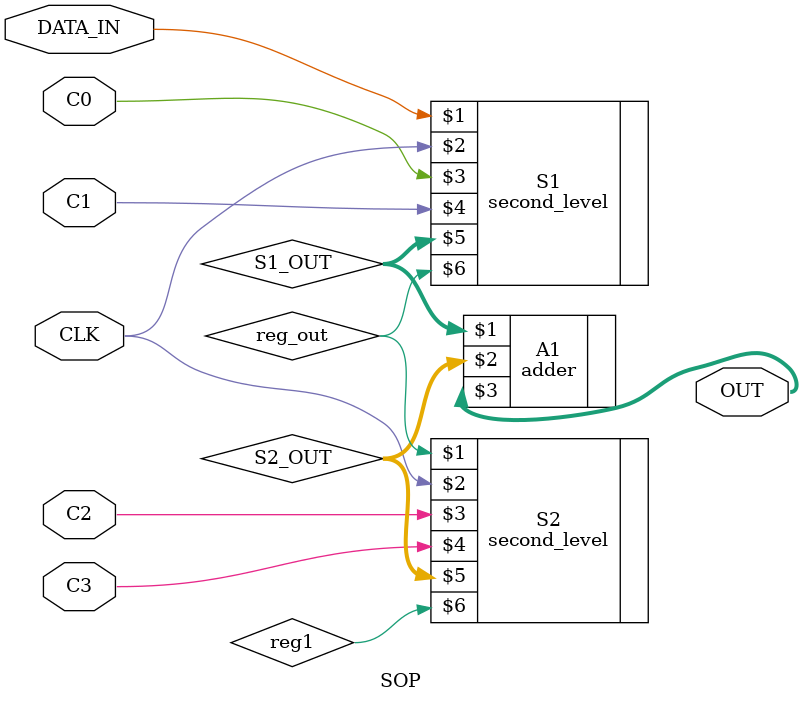
<source format=v>
/**************************************************************************************************
***												***
*** EE 526 L Experiment #6B					Jaymish patel, Spring, 2021	***
***												***
*** Experiment #6B  model an scalable register  							***
***												***
***************************************************************************************************
***  Filename: register.v			     	      Created by Jaymish patel, 3/29/21 ***
***    --- revision history, if any, goes here ---						***
***************************************************************************************************
*** This module models the scalable register        						***
***												***
**************************************************************************************************/
`timescale 1ns/1ns 

`include "second_level.v"


module SOP(DATA_IN, CLK, C0, C1, C2, C3, OUT);
//DATA_IN - data input
//CLK - input signals
//R - data output 

//declaring the inputs output and parameters used
parameter width=1;
input CLK;
input [width-1:0] DATA_IN,C0,C1,C2,C3; 
wire [width-1:0] reg1,reg_out;
//reg [width-1:0] reg_out;
wire [2*width-1:0] mul1,mul2;
wire [2*width:0] S1_OUT,S2_OUT; 
output [2*width+1:0] OUT; 
		
		second_level #(width) S1(DATA_IN, CLK, C0, C1, S1_OUT, reg_out);
		second_level #(width) S2(reg_out, CLK, C2, C3, S2_OUT, reg1);
		
		adder #(2*width+1) A1(S1_OUT, S2_OUT, OUT);
		
endmodule
</source>
